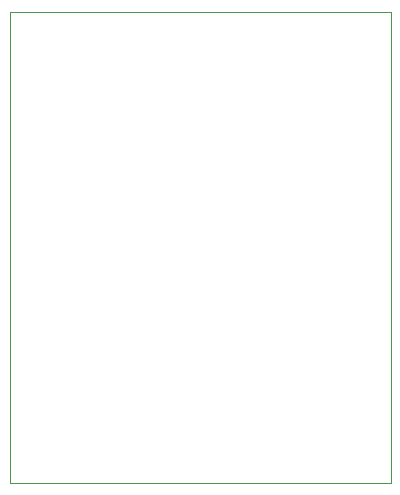
<source format=gm1>
G04 #@! TF.GenerationSoftware,KiCad,Pcbnew,8.0.8*
G04 #@! TF.CreationDate,2025-03-21T10:39:09+00:00*
G04 #@! TF.ProjectId,ESP8266adapt_PCB01,45535038-3236-4366-9164-6170745f5043,rev?*
G04 #@! TF.SameCoordinates,Original*
G04 #@! TF.FileFunction,Profile,NP*
%FSLAX46Y46*%
G04 Gerber Fmt 4.6, Leading zero omitted, Abs format (unit mm)*
G04 Created by KiCad (PCBNEW 8.0.8) date 2025-03-21 10:39:09*
%MOMM*%
%LPD*%
G01*
G04 APERTURE LIST*
G04 #@! TA.AperFunction,Profile*
%ADD10C,0.050000*%
G04 #@! TD*
G04 APERTURE END LIST*
D10*
X44704000Y-131318000D02*
X44704000Y-91440000D01*
X44958000Y-131318000D02*
X44704000Y-131318000D01*
X76962000Y-131318000D02*
X44958000Y-131318000D01*
X76962000Y-91440000D02*
X76962000Y-131318000D01*
X44704000Y-91440000D02*
X76962000Y-91440000D01*
M02*

</source>
